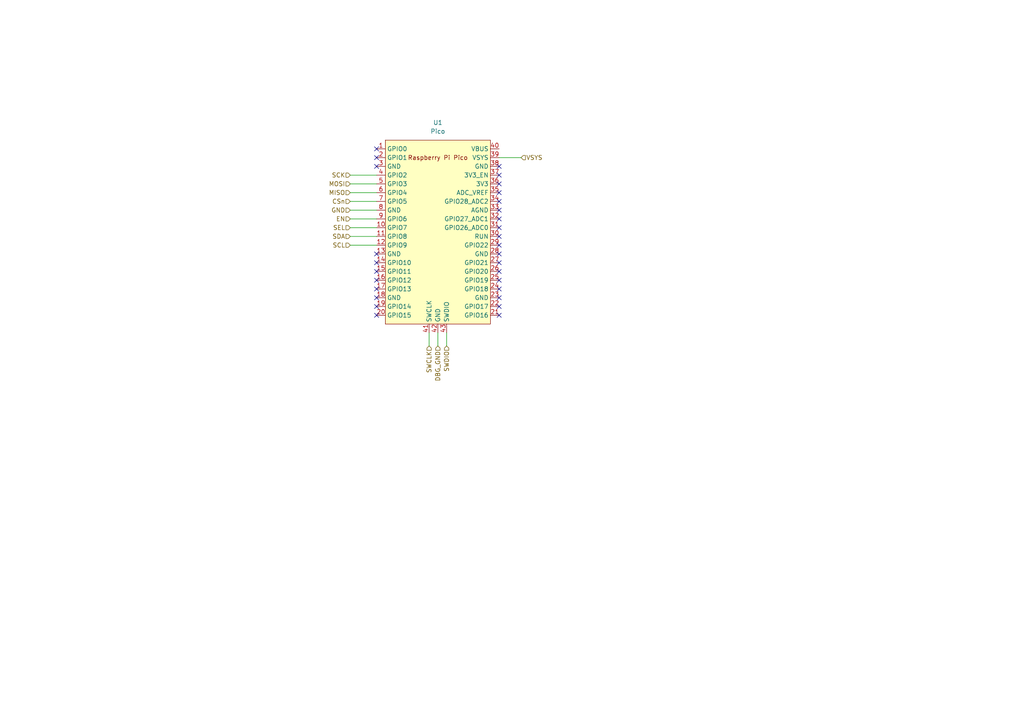
<source format=kicad_sch>
(kicad_sch (version 20231120) (generator "eeschema") (generator_version "8.0")
  (paper "A4")
  (lib_symbols
    (symbol "MCU_RaspberryPi_and_Boards:Pico"
      (property "Reference" "U" (at -13.97 27.94 0))
      (property "Value" "Pico" (at 0 19.05 0))
      (symbol "Pico_0_0"
        (text "Raspberry Pi Pico" (at 0 21.59 0) (effects (font (size 1.27 1.27))))
      )
      (symbol "Pico_0_1"
        (rectangle (start -15.24 26.67) (end 15.24 -26.67) (fill (type background)))
      )
      (symbol "Pico_1_1"
        (pin bidirectional line (at -17.78 24.13 0) (length 2.54) (name "GPIO0") (number "1"))
        (pin bidirectional line (at -17.78 1.27 0) (length 2.54) (name "GPIO7") (number "10"))
        (pin bidirectional line (at -17.78 -1.27 0) (length 2.54) (name "GPIO8") (number "11"))
        (pin bidirectional line (at -17.78 -3.81 0) (length 2.54) (name "GPIO9") (number "12"))
        (pin power_in line (at -17.78 -6.35 0) (length 2.54) (name "GND") (number "13"))
        (pin bidirectional line (at -17.78 -8.89 0) (length 2.54) (name "GPIO10") (number "14"))
        (pin bidirectional line (at -17.78 -11.43 0) (length 2.54) (name "GPIO11") (number "15"))
        (pin bidirectional line (at -17.78 -13.97 0) (length 2.54) (name "GPIO12") (number "16"))
        (pin bidirectional line (at -17.78 -16.51 0) (length 2.54) (name "GPIO13") (number "17"))
        (pin power_in line (at -17.78 -19.05 0) (length 2.54) (name "GND") (number "18"))
        (pin bidirectional line (at -17.78 -21.59 0) (length 2.54) (name "GPIO14") (number "19"))
        (pin bidirectional line (at -17.78 21.59 0) (length 2.54) (name "GPIO1") (number "2"))
        (pin bidirectional line (at -17.78 -24.13 0) (length 2.54) (name "GPIO15") (number "20"))
        (pin bidirectional line (at 17.78 -24.13 180) (length 2.54) (name "GPIO16") (number "21"))
        (pin bidirectional line (at 17.78 -21.59 180) (length 2.54) (name "GPIO17") (number "22"))
        (pin power_in line (at 17.78 -19.05 180) (length 2.54) (name "GND") (number "23"))
        (pin bidirectional line (at 17.78 -16.51 180) (length 2.54) (name "GPIO18") (number "24"))
        (pin bidirectional line (at 17.78 -13.97 180) (length 2.54) (name "GPIO19") (number "25"))
        (pin bidirectional line (at 17.78 -11.43 180) (length 2.54) (name "GPIO20") (number "26"))
        (pin bidirectional line (at 17.78 -8.89 180) (length 2.54) (name "GPIO21") (number "27"))
        (pin power_in line (at 17.78 -6.35 180) (length 2.54) (name "GND") (number "28"))
        (pin bidirectional line (at 17.78 -3.81 180) (length 2.54) (name "GPIO22") (number "29"))
        (pin power_in line (at -17.78 19.05 0) (length 2.54) (name "GND") (number "3"))
        (pin input line (at 17.78 -1.27 180) (length 2.54) (name "RUN") (number "30"))
        (pin bidirectional line (at 17.78 1.27 180) (length 2.54) (name "GPIO26_ADC0") (number "31"))
        (pin bidirectional line (at 17.78 3.81 180) (length 2.54) (name "GPIO27_ADC1") (number "32"))
        (pin power_in line (at 17.78 6.35 180) (length 2.54) (name "AGND") (number "33"))
        (pin bidirectional line (at 17.78 8.89 180) (length 2.54) (name "GPIO28_ADC2") (number "34"))
        (pin power_in line (at 17.78 11.43 180) (length 2.54) (name "ADC_VREF") (number "35"))
        (pin power_in line (at 17.78 13.97 180) (length 2.54) (name "3V3") (number "36"))
        (pin input line (at 17.78 16.51 180) (length 2.54) (name "3V3_EN") (number "37"))
        (pin bidirectional line (at 17.78 19.05 180) (length 2.54) (name "GND") (number "38"))
        (pin power_in line (at 17.78 21.59 180) (length 2.54) (name "VSYS") (number "39"))
        (pin bidirectional line (at -17.78 16.51 0) (length 2.54) (name "GPIO2") (number "4"))
        (pin power_in line (at 17.78 24.13 180) (length 2.54) (name "VBUS") (number "40"))
        (pin input line (at -2.54 -29.21 90) (length 2.54) (name "SWCLK") (number "41"))
        (pin power_in line (at 0 -29.21 90) (length 2.54) (name "GND") (number "42"))
        (pin bidirectional line (at 2.54 -29.21 90) (length 2.54) (name "SWDIO") (number "43"))
        (pin bidirectional line (at -17.78 13.97 0) (length 2.54) (name "GPIO3") (number "5"))
        (pin bidirectional line (at -17.78 11.43 0) (length 2.54) (name "GPIO4") (number "6"))
        (pin bidirectional line (at -17.78 8.89 0) (length 2.54) (name "GPIO5") (number "7"))
        (pin power_in line (at -17.78 6.35 0) (length 2.54) (name "GND") (number "8"))
        (pin bidirectional line (at -17.78 3.81 0) (length 2.54) (name "GPIO6") (number "9"))
      )
    )
  )
  (no_connect (at 144.78 81.28))
  (no_connect (at 109.22 73.66))
  (no_connect (at 144.78 68.58))
  (no_connect (at 144.78 73.66))
  (no_connect (at 144.78 60.96))
  (no_connect (at 144.78 76.2))
  (no_connect (at 109.22 43.18))
  (no_connect (at 144.78 50.8))
  (no_connect (at 109.22 88.9))
  (no_connect (at 109.22 76.2))
  (no_connect (at 109.22 81.28))
  (no_connect (at 144.78 71.12))
  (no_connect (at 109.22 48.26))
  (no_connect (at 109.22 86.36))
  (no_connect (at 109.22 83.82))
  (no_connect (at 144.78 53.34))
  (no_connect (at 144.78 78.74))
  (no_connect (at 144.78 48.26))
  (no_connect (at 109.22 91.44))
  (no_connect (at 144.78 58.42))
  (no_connect (at 109.22 78.74))
  (no_connect (at 109.22 45.72))
  (no_connect (at 144.78 63.5))
  (no_connect (at 144.78 55.88))
  (no_connect (at 144.78 66.04))
  (no_connect (at 144.78 88.9))
  (no_connect (at 144.78 83.82))
  (no_connect (at 144.78 91.44))
  (no_connect (at 144.78 86.36))
  (wire (pts (xy 101.6 53.34) (xy 109.22 53.34)))
  (wire (pts (xy 101.6 55.88) (xy 109.22 55.88)))
  (wire (pts (xy 101.6 63.5) (xy 109.22 63.5)))
  (wire (pts (xy 101.6 50.8) (xy 109.22 50.8)))
  (wire (pts (xy 127 96.52) (xy 127 100.33)))
  (wire (pts (xy 101.6 66.04) (xy 109.22 66.04)))
  (wire (pts (xy 101.6 60.96) (xy 109.22 60.96)))
  (wire (pts (xy 129.54 96.52) (xy 129.54 100.33)))
  (wire (pts (xy 101.6 68.58) (xy 109.22 68.58)))
  (wire (pts (xy 101.6 58.42) (xy 109.22 58.42)))
  (wire (pts (xy 144.78 45.72) (xy 151.13 45.72)))
  (wire (pts (xy 124.46 96.52) (xy 124.46 100.33)))
  (wire (pts (xy 101.6 71.12) (xy 109.22 71.12)))
  (hierarchical_label "EN" (shape input) (at 101.6 63.5 180))
  (hierarchical_label "SWDIO" (shape input) (at 129.54 100.33 270))
  (hierarchical_label "GND" (shape input) (at 101.6 60.96 180))
  (hierarchical_label "VSYS" (shape input) (at 151.13 45.72 0))
  (hierarchical_label "SEL" (shape input) (at 101.6 66.04 180))
  (hierarchical_label "SWCLK" (shape input) (at 124.46 100.33 270))
  (hierarchical_label "CSn" (shape input) (at 101.6 58.42 180))
  (hierarchical_label "MOSI" (shape input) (at 101.6 53.34 180))
  (hierarchical_label "MISO" (shape input) (at 101.6 55.88 180))
  (hierarchical_label "SCK" (shape input) (at 101.6 50.8 180))
  (hierarchical_label "DBG_GND" (shape input) (at 127 100.33 270))
  (hierarchical_label "SDA" (shape input) (at 101.6 68.58 180))
  (hierarchical_label "SCL" (shape input) (at 101.6 71.12 180))
  (symbol (lib_id "MCU_RaspberryPi_and_Boards:Pico") (at 127 67.31 0) (unit 1)
    (property "Reference" "U1" (at 127 35.56 0))
    (property "Value" "Pico" (at 127 38.1 0))
    (property "Footprint" "RPi_Pico:RPi_Pico_SMD_TH" (effects (hide yes)))
  )
)
</source>
